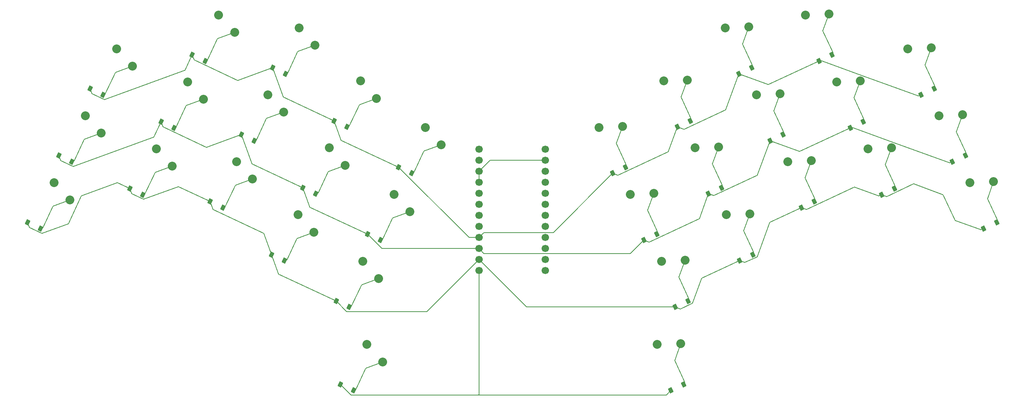
<source format=gbl>
%TF.GenerationSoftware,KiCad,Pcbnew,9.0.6*%
%TF.CreationDate,2025-12-10T21:36:36-06:00*%
%TF.ProjectId,keyboard,6b657962-6f61-4726-942e-6b696361645f,v1.0.0*%
%TF.SameCoordinates,Original*%
%TF.FileFunction,Copper,L2,Bot*%
%TF.FilePolarity,Positive*%
%FSLAX46Y46*%
G04 Gerber Fmt 4.6, Leading zero omitted, Abs format (unit mm)*
G04 Created by KiCad (PCBNEW 9.0.6) date 2025-12-10 21:36:36*
%MOMM*%
%LPD*%
G01*
G04 APERTURE LIST*
G04 Aperture macros list*
%AMRotRect*
0 Rectangle, with rotation*
0 The origin of the aperture is its center*
0 $1 length*
0 $2 width*
0 $3 Rotation angle, in degrees counterclockwise*
0 Add horizontal line*
21,1,$1,$2,0,0,$3*%
G04 Aperture macros list end*
%TA.AperFunction,ComponentPad*%
%ADD10C,1.700000*%
%TD*%
%TA.AperFunction,ComponentPad*%
%ADD11C,2.032000*%
%TD*%
%TA.AperFunction,SMDPad,CuDef*%
%ADD12RotRect,0.900000X1.200000X335.000000*%
%TD*%
%TA.AperFunction,SMDPad,CuDef*%
%ADD13RotRect,0.900000X1.200000X25.000000*%
%TD*%
%TA.AperFunction,Conductor*%
%ADD14C,0.200000*%
%TD*%
G04 APERTURE END LIST*
D10*
%TO.P,MCU1,1*%
%TO.N,RAW*%
X184262465Y-74539080D03*
%TO.P,MCU1,2*%
%TO.N,GND*%
X184262466Y-77079082D03*
%TO.P,MCU1,3*%
%TO.N,RST*%
X184262466Y-79619082D03*
%TO.P,MCU1,4*%
%TO.N,VCC*%
X184262466Y-82159082D03*
%TO.P,MCU1,5*%
%TO.N,P21*%
X184262466Y-84699082D03*
%TO.P,MCU1,6*%
%TO.N,P20*%
X184262466Y-87239082D03*
%TO.P,MCU1,7*%
%TO.N,P19*%
X184262466Y-89779082D03*
%TO.P,MCU1,8*%
%TO.N,P18*%
X184262466Y-92319082D03*
%TO.P,MCU1,9*%
%TO.N,P15*%
X184262466Y-94859082D03*
%TO.P,MCU1,10*%
%TO.N,P14*%
X184262466Y-97399082D03*
%TO.P,MCU1,11*%
%TO.N,P16*%
X184262463Y-99939084D03*
%TO.P,MCU1,12*%
%TO.N,P10*%
X184262466Y-102479082D03*
%TO.P,MCU1,13*%
%TO.N,P9*%
X169022466Y-102479082D03*
%TO.P,MCU1,14*%
%TO.N,P8*%
X169022467Y-99939084D03*
%TO.P,MCU1,15*%
%TO.N,P7*%
X169022466Y-97399082D03*
%TO.P,MCU1,16*%
%TO.N,P6*%
X169022466Y-94859082D03*
%TO.P,MCU1,17*%
%TO.N,P5*%
X169022466Y-92319082D03*
%TO.P,MCU1,18*%
%TO.N,P4*%
X169022466Y-89779082D03*
%TO.P,MCU1,19*%
%TO.N,P3*%
X169022466Y-87239082D03*
%TO.P,MCU1,20*%
%TO.N,P2*%
X169022466Y-84699082D03*
%TO.P,MCU1,21*%
%TO.N,GND*%
X169022466Y-82159082D03*
%TO.P,MCU1,22*%
X169022466Y-79619082D03*
%TO.P,MCU1,23*%
%TO.N,P0*%
X169022466Y-77079082D03*
%TO.P,MCU1,24*%
%TO.N,P1*%
X169022469Y-74539080D03*
%TD*%
D11*
%TO.P,S27,1*%
%TO.N,mirror_index_home*%
X224129213Y-73993442D03*
%TO.P,S27,2*%
%TO.N,P18*%
X218710175Y-74203287D03*
%TD*%
%TO.P,S21,1*%
%TO.N,mirror_ring_home*%
X256756294Y-58779188D03*
%TO.P,S21,2*%
%TO.N,P20*%
X251337256Y-58989033D03*
%TD*%
D12*
%TO.P,D4,1*%
%TO.N,P8*%
X88661233Y-83577698D03*
%TO.P,D4,2*%
%TO.N,ring_bottom*%
X91652049Y-84972336D03*
%TD*%
D11*
%TO.P,S23,1*%
%TO.N,mirror_middle_bottom*%
X245471912Y-77171378D03*
%TO.P,S23,2*%
%TO.N,P19*%
X240052874Y-77381223D03*
%TD*%
D13*
%TO.P,D29,1*%
%TO.N,P8*%
X214129177Y-110875168D03*
%TO.P,D29,2*%
%TO.N,mirror_inner_bottom*%
X217119989Y-109480528D03*
%TD*%
D11*
%TO.P,S30,1*%
%TO.N,mirror_inner_home*%
X209252573Y-84682020D03*
%TO.P,S30,2*%
%TO.N,P15*%
X203833535Y-84891865D03*
%TD*%
D13*
%TO.P,D23,1*%
%TO.N,P8*%
X243164003Y-87957297D03*
%TO.P,D23,2*%
%TO.N,mirror_middle_bottom*%
X246154815Y-86562657D03*
%TD*%
D11*
%TO.P,S22,1*%
%TO.N,mirror_ring_top*%
X249571780Y-43371955D03*
%TO.P,S22,2*%
%TO.N,P20*%
X244152742Y-43581800D03*
%TD*%
D12*
%TO.P,D2,1*%
%TO.N,P7*%
X72347693Y-75970564D03*
%TO.P,D2,2*%
%TO.N,pinky_home*%
X75338509Y-77365202D03*
%TD*%
D13*
%TO.P,D26,1*%
%TO.N,P8*%
X229005815Y-100186593D03*
%TO.P,D26,2*%
%TO.N,mirror_index_bottom*%
X231996627Y-98791953D03*
%TD*%
D12*
%TO.P,D9,1*%
%TO.N,P6*%
X121499150Y-55748193D03*
%TO.P,D9,2*%
%TO.N,middle_top*%
X124489966Y-57142831D03*
%TD*%
D11*
%TO.P,S13,1*%
%TO.N,inner_bottom*%
X145910939Y-104315433D03*
%TO.P,S13,2*%
%TO.N,P4*%
X142266899Y-100299095D03*
%TD*%
%TO.P,S19,1*%
%TO.N,mirror_pinky_top*%
X273069829Y-51172057D03*
%TO.P,S19,2*%
%TO.N,P21*%
X267650791Y-51381902D03*
%TD*%
D13*
%TO.P,D18,1*%
%TO.N,P7*%
X277946440Y-77365206D03*
%TO.P,D18,2*%
%TO.N,mirror_pinky_home*%
X280937252Y-75970566D03*
%TD*%
%TO.P,D24,1*%
%TO.N,P7*%
X235979494Y-72550064D03*
%TO.P,D24,2*%
%TO.N,mirror_middle_home*%
X238970306Y-71155424D03*
%TD*%
D11*
%TO.P,S12,1*%
%TO.N,index_top*%
X145403325Y-62812393D03*
%TO.P,S12,2*%
%TO.N,P3*%
X141759285Y-58796055D03*
%TD*%
%TO.P,S20,1*%
%TO.N,mirror_ring_bottom*%
X263940802Y-74186418D03*
%TO.P,S20,2*%
%TO.N,P20*%
X258521764Y-74396263D03*
%TD*%
%TO.P,S14,1*%
%TO.N,inner_home*%
X153095451Y-88908200D03*
%TO.P,S14,2*%
%TO.N,P4*%
X149451411Y-84891862D03*
%TD*%
%TO.P,S2,1*%
%TO.N,pinky_home*%
X82093681Y-70805468D03*
%TO.P,S2,2*%
%TO.N,P1*%
X78449641Y-66789130D03*
%TD*%
%TO.P,S24,1*%
%TO.N,mirror_middle_home*%
X238287397Y-61764147D03*
%TO.P,S24,2*%
%TO.N,P19*%
X232868359Y-61973992D03*
%TD*%
%TO.P,S16,1*%
%TO.N,column_row*%
X146883202Y-123526231D03*
%TO.P,S16,2*%
%TO.N,P4*%
X143239162Y-119509893D03*
%TD*%
D13*
%TO.P,D32,1*%
%TO.N,P9*%
X213156913Y-130085965D03*
%TO.P,D32,2*%
%TO.N,mirror_column_row*%
X216147725Y-128691325D03*
%TD*%
D11*
%TO.P,S10,1*%
%TO.N,index_bottom*%
X131034300Y-93626858D03*
%TO.P,S10,2*%
%TO.N,P3*%
X127390260Y-89610520D03*
%TD*%
%TO.P,S8,1*%
%TO.N,middle_home*%
X124060627Y-65990325D03*
%TO.P,S8,2*%
%TO.N,P2*%
X120416587Y-61973987D03*
%TD*%
%TO.P,S11,1*%
%TO.N,index_home*%
X138218808Y-78219624D03*
%TO.P,S11,2*%
%TO.N,P3*%
X134574768Y-74203286D03*
%TD*%
D12*
%TO.P,D3,1*%
%TO.N,P6*%
X79532203Y-60563336D03*
%TO.P,D3,2*%
%TO.N,pinky_top*%
X82523019Y-61957974D03*
%TD*%
D13*
%TO.P,D19,1*%
%TO.N,P6*%
X270761926Y-61957975D03*
%TO.P,D19,2*%
%TO.N,mirror_pinky_top*%
X273752738Y-60563335D03*
%TD*%
D11*
%TO.P,S25,1*%
%TO.N,mirror_middle_top*%
X231102888Y-46356909D03*
%TO.P,S25,2*%
%TO.N,P19*%
X225683850Y-46566754D03*
%TD*%
%TO.P,S26,1*%
%TO.N,mirror_index_bottom*%
X231313726Y-89400677D03*
%TO.P,S26,2*%
%TO.N,P18*%
X225894688Y-89610522D03*
%TD*%
%TO.P,S18,1*%
%TO.N,mirror_pinky_home*%
X280254347Y-66579289D03*
%TO.P,S18,2*%
%TO.N,P21*%
X274835309Y-66789134D03*
%TD*%
D12*
%TO.P,D10,1*%
%TO.N,P8*%
X121288311Y-98791963D03*
%TO.P,D10,2*%
%TO.N,index_bottom*%
X124279127Y-100186601D03*
%TD*%
D13*
%TO.P,D27,1*%
%TO.N,P7*%
X221821302Y-84779363D03*
%TO.P,D27,2*%
%TO.N,mirror_index_home*%
X224812114Y-83384723D03*
%TD*%
D12*
%TO.P,D6,1*%
%TO.N,P6*%
X103030259Y-52763233D03*
%TO.P,D6,2*%
%TO.N,ring_top*%
X106021075Y-54157871D03*
%TD*%
%TO.P,D11,1*%
%TO.N,P7*%
X128472821Y-83384726D03*
%TO.P,D11,2*%
%TO.N,index_home*%
X131463637Y-84779364D03*
%TD*%
D11*
%TO.P,S1,1*%
%TO.N,pinky_bottom*%
X74909175Y-86212701D03*
%TO.P,S1,2*%
%TO.N,P1*%
X71265135Y-82196363D03*
%TD*%
D12*
%TO.P,D13,1*%
%TO.N,P8*%
X136164950Y-109480529D03*
%TO.P,D13,2*%
%TO.N,inner_bottom*%
X139155766Y-110875167D03*
%TD*%
D11*
%TO.P,S7,1*%
%TO.N,middle_bottom*%
X116876115Y-81397563D03*
%TO.P,S7,2*%
%TO.N,P2*%
X113232075Y-77381225D03*
%TD*%
%TO.P,S31,1*%
%TO.N,mirror_inner_top*%
X202068061Y-69274790D03*
%TO.P,S31,2*%
%TO.N,P15*%
X196649023Y-69484635D03*
%TD*%
D13*
%TO.P,D31,1*%
%TO.N,P6*%
X199760151Y-80060711D03*
%TO.P,D31,2*%
%TO.N,mirror_inner_top*%
X202750963Y-78666071D03*
%TD*%
D11*
%TO.P,S4,1*%
%TO.N,ring_bottom*%
X98407223Y-78412602D03*
%TO.P,S4,2*%
%TO.N,P0*%
X94763183Y-74396264D03*
%TD*%
D13*
%TO.P,D30,1*%
%TO.N,P7*%
X206944663Y-95467944D03*
%TO.P,D30,2*%
%TO.N,mirror_inner_home*%
X209935475Y-94073304D03*
%TD*%
D11*
%TO.P,S5,1*%
%TO.N,ring_home*%
X105591732Y-63005368D03*
%TO.P,S5,2*%
%TO.N,P0*%
X101947692Y-58989030D03*
%TD*%
D13*
%TO.P,D25,1*%
%TO.N,P6*%
X228794985Y-57142832D03*
%TO.P,D25,2*%
%TO.N,mirror_middle_top*%
X231785797Y-55748192D03*
%TD*%
D11*
%TO.P,S6,1*%
%TO.N,ring_top*%
X112776241Y-47598138D03*
%TO.P,S6,2*%
%TO.N,P0*%
X109132201Y-43581800D03*
%TD*%
%TO.P,S9,1*%
%TO.N,middle_top*%
X131245133Y-50583097D03*
%TO.P,S9,2*%
%TO.N,P2*%
X127601093Y-46566759D03*
%TD*%
D12*
%TO.P,D12,1*%
%TO.N,P6*%
X135657335Y-67977494D03*
%TO.P,D12,2*%
%TO.N,index_top*%
X138648151Y-69372132D03*
%TD*%
D13*
%TO.P,D17,1*%
%TO.N,P8*%
X285130947Y-92772440D03*
%TO.P,D17,2*%
%TO.N,mirror_pinky_bottom*%
X288121759Y-91377800D03*
%TD*%
D12*
%TO.P,D14,1*%
%TO.N,P7*%
X143349462Y-94073298D03*
%TO.P,D14,2*%
%TO.N,inner_home*%
X146340278Y-95467936D03*
%TD*%
D11*
%TO.P,S3,1*%
%TO.N,pinky_top*%
X89278192Y-55398238D03*
%TO.P,S3,2*%
%TO.N,P1*%
X85634152Y-51381900D03*
%TD*%
D12*
%TO.P,D5,1*%
%TO.N,P7*%
X95845742Y-68170468D03*
%TO.P,D5,2*%
%TO.N,ring_home*%
X98836558Y-69565106D03*
%TD*%
%TO.P,D15,1*%
%TO.N,P6*%
X150533972Y-78666066D03*
%TO.P,D15,2*%
%TO.N,inner_top*%
X153524788Y-80060704D03*
%TD*%
D11*
%TO.P,S15,1*%
%TO.N,inner_top*%
X160279958Y-73500970D03*
%TO.P,S15,2*%
%TO.N,P4*%
X156635918Y-69484632D03*
%TD*%
%TO.P,S32,1*%
%TO.N,mirror_column_row*%
X215464822Y-119300050D03*
%TO.P,S32,2*%
%TO.N,P15*%
X210045784Y-119509895D03*
%TD*%
%TO.P,S17,1*%
%TO.N,mirror_pinky_bottom*%
X287438851Y-81986519D03*
%TO.P,S17,2*%
%TO.N,P21*%
X282019813Y-82196364D03*
%TD*%
D12*
%TO.P,D1,1*%
%TO.N,P8*%
X65163186Y-91377798D03*
%TO.P,D1,2*%
%TO.N,pinky_bottom*%
X68154002Y-92772436D03*
%TD*%
%TO.P,D8,1*%
%TO.N,P7*%
X114314637Y-71155428D03*
%TO.P,D8,2*%
%TO.N,middle_home*%
X117305453Y-72550066D03*
%TD*%
D11*
%TO.P,S28,1*%
%TO.N,mirror_index_top*%
X216944695Y-58586210D03*
%TO.P,S28,2*%
%TO.N,P18*%
X211525657Y-58796055D03*
%TD*%
D13*
%TO.P,D20,1*%
%TO.N,P8*%
X261632893Y-84972336D03*
%TO.P,D20,2*%
%TO.N,mirror_ring_bottom*%
X264623705Y-83577696D03*
%TD*%
D11*
%TO.P,S29,1*%
%TO.N,mirror_inner_bottom*%
X216437078Y-100089251D03*
%TO.P,S29,2*%
%TO.N,P15*%
X211018040Y-100299096D03*
%TD*%
D13*
%TO.P,D28,1*%
%TO.N,P6*%
X214636799Y-69372135D03*
%TO.P,D28,2*%
%TO.N,mirror_index_top*%
X217627611Y-67977495D03*
%TD*%
D12*
%TO.P,D16,1*%
%TO.N,P9*%
X137137211Y-128691330D03*
%TO.P,D16,2*%
%TO.N,column_row*%
X140128027Y-130085968D03*
%TD*%
D13*
%TO.P,D22,1*%
%TO.N,P6*%
X247263874Y-54157868D03*
%TO.P,D22,2*%
%TO.N,mirror_ring_top*%
X250254686Y-52763228D03*
%TD*%
%TO.P,D21,1*%
%TO.N,P7*%
X254448386Y-69565109D03*
%TO.P,D21,2*%
%TO.N,mirror_ring_home*%
X257439198Y-68170469D03*
%TD*%
D12*
%TO.P,D7,1*%
%TO.N,P8*%
X107130124Y-86562660D03*
%TO.P,D7,2*%
%TO.N,middle_bottom*%
X110120940Y-87957298D03*
%TD*%
D14*
%TO.N,pinky_bottom*%
X68153999Y-92772440D02*
X68685937Y-92578831D01*
X70989208Y-87639453D02*
X74909170Y-86212705D01*
X68685937Y-92578831D02*
X70989208Y-87639453D01*
%TO.N,GND*%
X169022466Y-79619082D02*
X171562466Y-77079082D01*
X171562466Y-77079082D02*
X184262466Y-77079082D01*
X169022466Y-82159082D02*
X169022466Y-79619082D01*
%TO.N,pinky_home*%
X75870447Y-77171596D02*
X78173709Y-72232223D01*
X75338509Y-77365206D02*
X75870447Y-77171596D01*
X78173709Y-72232223D02*
X82093681Y-70805470D01*
%TO.N,pinky_top*%
X82523017Y-61957976D02*
X83055916Y-61764019D01*
X83055916Y-61764019D02*
X85359188Y-56824640D01*
X85359188Y-56824640D02*
X89278187Y-55398243D01*
%TO.N,ring_bottom*%
X94488220Y-79838999D02*
X98407218Y-78412599D01*
X92184950Y-84778380D02*
X94488220Y-79838999D01*
X91652051Y-84972339D02*
X92184950Y-84778380D01*
%TO.N,ring_home*%
X98836556Y-69565108D02*
X99369461Y-69371144D01*
X101672730Y-64431769D02*
X105591732Y-63005370D01*
X99369461Y-69371144D02*
X101672730Y-64431769D01*
%TO.N,ring_top*%
X106553969Y-53963914D02*
X108857240Y-49024535D01*
X108857240Y-49024535D02*
X112776234Y-47598136D01*
X106021067Y-54157876D02*
X106553969Y-53963914D01*
%TO.N,middle_bottom*%
X110120943Y-87957299D02*
X110652879Y-87763689D01*
X110652879Y-87763689D02*
X112956151Y-82824305D01*
X112956151Y-82824305D02*
X116876117Y-81397563D01*
%TO.N,middle_home*%
X120140656Y-67417081D02*
X124060620Y-65990327D01*
X117837386Y-72356451D02*
X120140656Y-67417081D01*
X117305452Y-72550059D02*
X117837386Y-72356451D01*
%TO.N,middle_top*%
X125022861Y-56948876D02*
X127326130Y-52009496D01*
X127326130Y-52009496D02*
X131245131Y-50583094D01*
X124489965Y-57142831D02*
X125022861Y-56948876D01*
%TO.N,index_bottom*%
X124812033Y-99992631D02*
X127115301Y-95053257D01*
X124279131Y-100186594D02*
X124812033Y-99992631D01*
X127115301Y-95053257D02*
X131034304Y-93626857D01*
%TO.N,index_home*%
X134298846Y-79646377D02*
X138218810Y-78219626D01*
X131463640Y-84779364D02*
X131995579Y-84585749D01*
X131995579Y-84585749D02*
X134298846Y-79646377D01*
%TO.N,index_top*%
X138648148Y-69372133D02*
X139180086Y-69178520D01*
X141483357Y-64239139D02*
X145403320Y-62812393D01*
X139180086Y-69178520D02*
X141483357Y-64239139D01*
%TO.N,inner_bottom*%
X139155769Y-110875167D02*
X139687705Y-110681559D01*
X139687705Y-110681559D02*
X141990978Y-105742183D01*
X141990978Y-105742183D02*
X145910939Y-104315434D01*
%TO.N,inner_home*%
X149176447Y-90334596D02*
X153095451Y-88908200D01*
X146873182Y-95273976D02*
X149176447Y-90334596D01*
X146340280Y-95467941D02*
X146873182Y-95273976D01*
%TO.N,inner_top*%
X154056725Y-79867099D02*
X156359996Y-74927721D01*
X153524790Y-80060709D02*
X154056725Y-79867099D01*
X156359996Y-74927721D02*
X160279961Y-73500967D01*
%TO.N,column_row*%
X140128025Y-130085967D02*
X140660927Y-129892008D01*
X140660927Y-129892008D02*
X142964195Y-124952633D01*
X142964195Y-124952633D02*
X146883193Y-123526231D01*
%TO.N,mirror_pinky_bottom*%
X288121759Y-91377799D02*
X288315719Y-90844900D01*
X286012448Y-85905528D02*
X287438853Y-81986523D01*
X288315719Y-90844900D02*
X286012448Y-85905528D01*
%TO.N,mirror_pinky_home*%
X280937249Y-75970566D02*
X281130861Y-75438626D01*
X278827596Y-70499252D02*
X280254342Y-66579284D01*
X281130861Y-75438626D02*
X278827596Y-70499252D01*
%TO.N,mirror_pinky_top*%
X273752737Y-60563335D02*
X273946350Y-60031398D01*
X273946350Y-60031398D02*
X271643081Y-55092025D01*
X271643081Y-55092025D02*
X273069834Y-51172062D01*
%TO.N,mirror_ring_bottom*%
X264817320Y-83045760D02*
X262514050Y-78106384D01*
X264623708Y-83577698D02*
X264817320Y-83045760D01*
X262514050Y-78106384D02*
X263940801Y-74186418D01*
%TO.N,mirror_ring_home*%
X255329895Y-62698189D02*
X256756295Y-58779187D01*
X257439201Y-68170468D02*
X257633156Y-67637562D01*
X257633156Y-67637562D02*
X255329895Y-62698189D01*
%TO.N,mirror_ring_top*%
X250254687Y-52763233D02*
X250448296Y-52231294D01*
X248145028Y-47291919D02*
X249571780Y-43371953D01*
X250448296Y-52231294D02*
X248145028Y-47291919D01*
%TO.N,mirror_middle_bottom*%
X246154815Y-86562656D02*
X246348772Y-86029753D01*
X246348772Y-86029753D02*
X244045507Y-81090384D01*
X244045507Y-81090384D02*
X245471910Y-77171378D01*
%TO.N,mirror_middle_home*%
X239163911Y-70623488D02*
X236860645Y-65684109D01*
X238970304Y-71155424D02*
X239163911Y-70623488D01*
X236860645Y-65684109D02*
X238287397Y-61764149D01*
%TO.N,mirror_middle_top*%
X231979756Y-55215289D02*
X229676485Y-50275912D01*
X231785794Y-55748194D02*
X231979756Y-55215289D01*
X229676485Y-50275912D02*
X231102887Y-46356917D01*
%TO.N,mirror_index_bottom*%
X229886972Y-93320642D02*
X231313722Y-89400674D01*
X231996626Y-98791955D02*
X232190236Y-98260015D01*
X232190236Y-98260015D02*
X229886972Y-93320642D01*
%TO.N,mirror_index_home*%
X225005731Y-82852788D02*
X222702458Y-77913411D01*
X222702458Y-77913411D02*
X224129208Y-73993440D01*
X224812119Y-83384729D02*
X225005731Y-82852788D01*
%TO.N,mirror_index_top*%
X215517944Y-62506176D02*
X216944694Y-58586212D01*
X217627604Y-67977490D02*
X217821218Y-67445553D01*
X217821218Y-67445553D02*
X215517944Y-62506176D01*
%TO.N,mirror_inner_bottom*%
X217119991Y-109480533D02*
X217313952Y-108947634D01*
X215010681Y-104008255D02*
X216437078Y-100089252D01*
X217313952Y-108947634D02*
X215010681Y-104008255D01*
%TO.N,mirror_inner_home*%
X209935480Y-94073302D02*
X210129439Y-93540400D01*
X207826171Y-88601021D02*
X209252568Y-84682018D01*
X210129439Y-93540400D02*
X207826171Y-88601021D01*
%TO.N,mirror_inner_top*%
X200641308Y-73194750D02*
X202068061Y-69274790D01*
X202750966Y-78666068D02*
X202944581Y-78134126D01*
X202944581Y-78134126D02*
X200641308Y-73194750D01*
%TO.N,mirror_column_row*%
X216341338Y-128159390D02*
X214038071Y-123220015D01*
X214038071Y-123220015D02*
X215464821Y-119300048D01*
X216147728Y-128691326D02*
X216341338Y-128159390D01*
%TO.N,P8*%
X107130124Y-86562661D02*
X107807772Y-88424481D01*
X285130947Y-92772441D02*
X284505689Y-93064003D01*
X261007642Y-85263899D02*
X255427482Y-83232884D01*
X215326538Y-111310973D02*
X218165384Y-109987203D01*
X255427482Y-83232884D02*
X244361365Y-88393102D01*
X136164948Y-109480531D02*
X138594549Y-111910133D01*
X214129181Y-110875172D02*
X215326538Y-111310973D01*
X65598982Y-92575156D02*
X68453855Y-93906413D01*
X218165384Y-109987203D02*
X220245736Y-104271486D01*
X233042022Y-99298621D02*
X235944648Y-91323738D01*
X99829626Y-83158378D02*
X107130124Y-86562661D01*
X261632893Y-84972331D02*
X261007642Y-85263899D01*
X220245736Y-104271486D02*
X229005815Y-100186594D01*
X235944648Y-91323738D02*
X243164000Y-87957295D01*
X68453855Y-93906413D02*
X74532635Y-91693914D01*
X269035632Y-82514528D02*
X262830253Y-85408141D01*
X244361365Y-88393102D02*
X243164000Y-87957295D01*
X107807772Y-88424481D02*
X119499143Y-93876260D01*
X121288314Y-98791960D02*
X122932855Y-103310305D01*
X138594549Y-111910133D02*
X157051418Y-111910132D01*
X278577209Y-90906213D02*
X275814648Y-84981886D01*
X74532635Y-91693914D02*
X77536269Y-85252599D01*
X157051418Y-111910132D02*
X169022467Y-99939085D01*
X91854750Y-86060999D02*
X99829626Y-83158378D01*
X229005815Y-100186594D02*
X230203177Y-100622400D01*
X65163182Y-91377802D02*
X65598982Y-92575156D01*
X262830253Y-85408141D02*
X261632893Y-84972331D01*
X230203177Y-100622400D02*
X233042022Y-99298621D01*
X88661233Y-83577698D02*
X89097033Y-84775053D01*
X179958554Y-110875170D02*
X214129178Y-110875169D01*
X119499143Y-93876260D02*
X121288314Y-98791960D01*
X77536269Y-85252599D02*
X85801645Y-82244250D01*
X122932855Y-103310305D02*
X136164949Y-109480530D01*
X284505689Y-93064003D02*
X278577209Y-90906213D01*
X89097033Y-84775053D02*
X91854750Y-86060999D01*
X275814648Y-84981886D02*
X269035632Y-82514528D01*
X169022467Y-99939085D02*
X179958554Y-110875170D01*
X85801645Y-82244250D02*
X88661233Y-83577698D01*
%TO.N,P7*%
X106339757Y-74058044D02*
X114314634Y-71155427D01*
X114314634Y-71155427D02*
X116781451Y-77932948D01*
X221821304Y-84779363D02*
X223018668Y-85215170D01*
X130117368Y-87903073D02*
X128472826Y-83384726D01*
X146675244Y-97399082D02*
X143349463Y-94073297D01*
X206944665Y-95467942D02*
X208142029Y-95903745D01*
X169022468Y-97399080D02*
X146675244Y-97399082D01*
X143349463Y-94073298D02*
X130117368Y-87903073D01*
X219740957Y-90495075D02*
X221821304Y-84779363D01*
X203862526Y-98550082D02*
X206944665Y-95467942D01*
X242757016Y-75016884D02*
X235979489Y-72550061D01*
X277946436Y-77365208D02*
X277321183Y-77656767D01*
X170173467Y-98550083D02*
X203862526Y-98550082D01*
X116781451Y-77932948D02*
X128472826Y-83384726D01*
X95845737Y-68170465D02*
X96281542Y-69367821D01*
X277321183Y-77656767D02*
X264904879Y-73137602D01*
X169022468Y-97399080D02*
X170173467Y-98550083D01*
X233076867Y-80524953D02*
X235979489Y-72550061D01*
X96281542Y-69367821D02*
X106339757Y-74058044D01*
X94175553Y-71752192D02*
X95845741Y-68170466D01*
X75638368Y-78499174D02*
X94175553Y-71752192D01*
X264903862Y-73135423D02*
X254731626Y-69433031D01*
X254448388Y-69565104D02*
X242757016Y-75016884D01*
X254731626Y-69433031D02*
X254448388Y-69565104D01*
X72347692Y-75970571D02*
X72783495Y-77167926D01*
X72783495Y-77167926D02*
X75638368Y-78499174D01*
X223018668Y-85215170D02*
X233076867Y-80524953D01*
X264904879Y-73137602D02*
X264903862Y-73135423D01*
X208142029Y-95903745D02*
X219740957Y-90495075D01*
%TO.N,P6*%
X101360069Y-56344958D02*
X82822876Y-63091946D01*
X257719353Y-57728187D02*
X247547112Y-54025795D01*
X169022469Y-94859080D02*
X170173467Y-93708080D01*
X247547112Y-54025795D02*
X247263871Y-54157872D01*
X103030252Y-52763236D02*
X101360069Y-56344958D01*
X113524270Y-58650814D02*
X103466058Y-53960590D01*
X79968003Y-61760693D02*
X79532198Y-60563340D01*
X121499147Y-55748195D02*
X113524270Y-58650814D01*
X103466058Y-53960590D02*
X103030252Y-52763236D01*
X170173467Y-93708080D02*
X186112781Y-93708082D01*
X216156717Y-69925340D02*
X225774962Y-65440281D01*
X199760155Y-80060708D02*
X200957518Y-80496512D01*
X270761926Y-61957978D02*
X270136670Y-62249537D01*
X212556449Y-75087842D02*
X214636796Y-69372132D01*
X225774962Y-65440281D02*
X228794978Y-57142833D01*
X214636796Y-69372132D02*
X216156717Y-69925340D01*
X169022469Y-94859080D02*
X166726988Y-94859083D01*
X257720375Y-57730381D02*
X257719353Y-57728187D01*
X135657333Y-67977492D02*
X123965965Y-62525719D01*
X200957518Y-80496512D02*
X212556449Y-75087842D01*
X150533971Y-78666066D02*
X137301876Y-72495842D01*
X247263871Y-54157872D02*
X235572503Y-59609650D01*
X186112781Y-93708082D02*
X199760151Y-80060711D01*
X166726988Y-94859083D02*
X150533972Y-78666065D01*
X235572503Y-59609650D02*
X228794978Y-57142833D01*
X82822876Y-63091946D02*
X79968003Y-61760693D01*
X123965965Y-62525719D02*
X121499147Y-55748195D01*
X137301876Y-72495842D02*
X135657333Y-67977492D01*
X270136670Y-62249537D02*
X257720375Y-57730381D01*
%TO.N,P9*%
X168904973Y-131120929D02*
X212121945Y-131120932D01*
X137137211Y-128691331D02*
X139566813Y-131120932D01*
X139566813Y-131120932D02*
X168904973Y-131120929D01*
X169022468Y-102479082D02*
X169022468Y-131003436D01*
X212121945Y-131120932D02*
X213156914Y-130085964D01*
X169022468Y-131003436D02*
X168904973Y-131120929D01*
%TD*%
M02*

</source>
